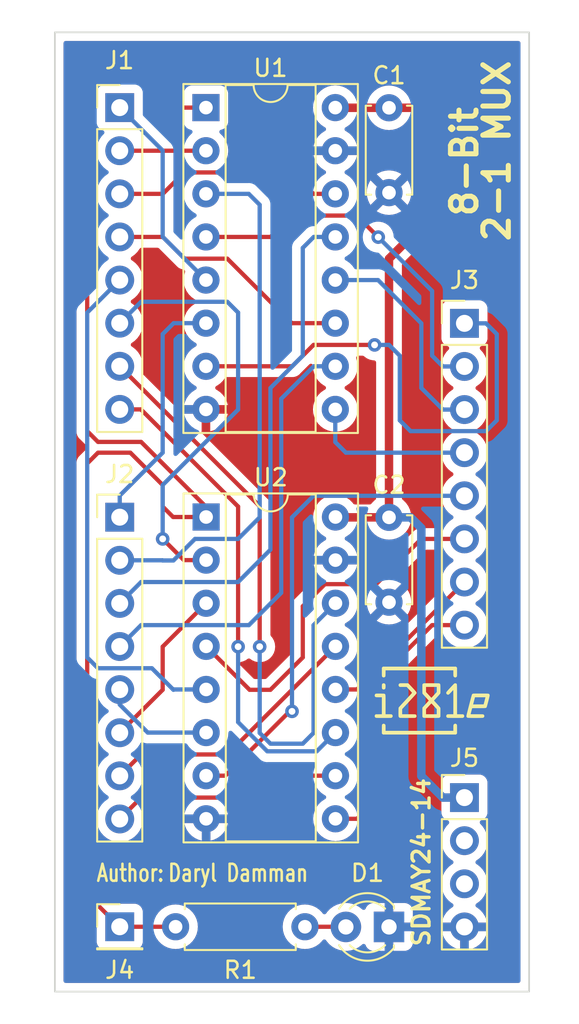
<source format=kicad_pcb>
(kicad_pcb (version 20211014) (generator pcbnew)
  (layers (0 "F.Cu" signal) (31 "B.Cu" signal) (34 "B.Paste" user) (35 "F.Paste" user) (36 "B.SilkS" user "B.Silkscreen") (37 "F.SilkS" user "F.Silkscreen") (38 "B.Mask" user) (39 "F.Mask" user) (44 "Edge.Cuts" user))
  (net 0 "")
  (net 1 "+5V")
  (net 2 "GND")
  (net 3 "Net-(D1-Pad2)")
  (net 4 "/A0")
  (net 5 "/A1")
  (net 6 "/A2")
  (net 7 "/A3")
  (net 8 "/A4")
  (net 9 "/A5")
  (net 10 "/A6")
  (net 11 "/A7")
  (net 12 "/B0")
  (net 13 "/B1")
  (net 14 "/B2")
  (net 15 "/B3")
  (net 16 "/B4")
  (net 17 "/B5")
  (net 18 "/B6")
  (net 19 "/B7")
  (net 20 "/O0")
  (net 21 "/O1")
  (net 22 "/O2")
  (net 23 "/O3")
  (net 24 "/O4")
  (net 25 "/O5")
  (net 26 "/O6")
  (net 27 "/O7")
  (net 28 "/SEL")
  (net 29 "/CLK")
  (net 30 "/RESET")
  (footprint "Symbol:i281e_logo" (layer "F.Cu") (at 163.195 98.425)
    (fp_text reference "G***" hide)
    (fp_text value "LOGO" hide)
  )
  (footprint "Capacitor_THT:C_Disc_D5.0mm_W2.5mm_P5.00mm" (layer "F.Cu") (at 160.655 87.63 -90)
    (fp_text reference "C2" (at -1.905 0 180) (layer "F.SilkS"))
    (fp_text value "0.1 uF")
    (pad "1" thru_hole circle (at 0 0 270) (size 1.6 1.6) (drill 0.8) (layers *.Cu *.Mask) (net 1 "+5V"))
    (pad "2" thru_hole circle (at 5 0 270) (size 1.6 1.6) (drill 0.8) (layers *.Cu *.Mask) (net 2 "GND"))
  )
  (footprint "Resistor_THT:R_Axial_DIN0207_L6.3mm_D2.5mm_P7.62mm_Horizontal" (layer "F.Cu") (at 148.082 111.75)
    (fp_text reference "R1" (at 3.81 2.55) (layer "F.SilkS"))
    (fp_text value "330")
    (pad "1" thru_hole circle (at 0 0) (size 1.6 1.6) (drill 0.8) (layers *.Cu *.Mask) (net 28 "/SEL"))
    (pad "2" thru_hole oval (at 7.62 0) (size 1.6 1.6) (drill 0.8) (layers *.Cu *.Mask) (net 3 "Net-(D1-Pad2)"))
  )
  (footprint "Connector_PinHeader_2.54mm:PinHeader_1x01_P2.54mm_Vertical" (layer "F.Cu") (at 144.79 111.75)
    (fp_text reference "J4" (at 0 2.55) (layer "F.SilkS"))
    (fp_text value "Generic Connector")
    (pad "1" thru_hole rect (at 0 0) (size 1.7 1.7) (drill 1) (layers *.Cu *.Mask) (net 28 "/SEL"))
  )
  (footprint "Package_DIP:DIP-16_W7.62mm_Socket" (layer "F.Cu") (at 149.87 63.49)
    (fp_text reference "U1" (at 3.8 -2.33) (layer "F.SilkS"))
    (fp_text value "74LS257")
    (pad "1" thru_hole rect (at 0 0) (size 1.6 1.6) (drill 0.8) (layers *.Cu *.Mask) (net 28 "/SEL"))
    (pad "2" thru_hole oval (at 0 2.54) (size 1.6 1.6) (drill 0.8) (layers *.Cu *.Mask) (net 5 "/A1"))
    (pad "3" thru_hole oval (at 0 5.08) (size 1.6 1.6) (drill 0.8) (layers *.Cu *.Mask) (net 13 "/B1"))
    (pad "4" thru_hole oval (at 0 7.62) (size 1.6 1.6) (drill 0.8) (layers *.Cu *.Mask) (net 21 "/O1"))
    (pad "5" thru_hole oval (at 0 10.16) (size 1.6 1.6) (drill 0.8) (layers *.Cu *.Mask) (net 4 "/A0"))
    (pad "6" thru_hole oval (at 0 12.7) (size 1.6 1.6) (drill 0.8) (layers *.Cu *.Mask) (net 12 "/B0"))
    (pad "7" thru_hole oval (at 0 15.24) (size 1.6 1.6) (drill 0.8) (layers *.Cu *.Mask) (net 20 "/O0"))
    (pad "8" thru_hole oval (at 0 17.78) (size 1.6 1.6) (drill 0.8) (layers *.Cu *.Mask) (net 2 "GND"))
    (pad "9" thru_hole oval (at 7.62 17.78) (size 1.6 1.6) (drill 0.8) (layers *.Cu *.Mask) (net 23 "/O3"))
    (pad "10" thru_hole oval (at 7.62 15.24) (size 1.6 1.6) (drill 0.8) (layers *.Cu *.Mask) (net 15 "/B3"))
    (pad "11" thru_hole oval (at 7.62 12.7) (size 1.6 1.6) (drill 0.8) (layers *.Cu *.Mask) (net 7 "/A3"))
    (pad "12" thru_hole oval (at 7.62 10.16) (size 1.6 1.6) (drill 0.8) (layers *.Cu *.Mask) (net 22 "/O2"))
    (pad "13" thru_hole oval (at 7.62 7.62) (size 1.6 1.6) (drill 0.8) (layers *.Cu *.Mask) (net 14 "/B2"))
    (pad "14" thru_hole oval (at 7.62 5.08) (size 1.6 1.6) (drill 0.8) (layers *.Cu *.Mask) (net 6 "/A2"))
    (pad "15" thru_hole oval (at 7.62 2.54) (size 1.6 1.6) (drill 0.8) (layers *.Cu *.Mask) (net 2 "GND"))
    (pad "16" thru_hole oval (at 7.62 0) (size 1.6 1.6) (drill 0.8) (layers *.Cu *.Mask) (net 1 "+5V"))
  )
  (footprint "Connector_PinHeader_2.54mm:PinHeader_1x04_P2.54mm_Vertical" (layer "F.Cu") (at 165.1 104.14)
    (fp_text reference "J5" (at 0 -2.33) (layer "F.SilkS"))
    (fp_text value "Conn_01x04_Male")
    (pad "1" thru_hole rect (at 0 0) (size 1.7 1.7) (drill 1) (layers *.Cu *.Mask) (net 1 "+5V"))
    (pad "2" thru_hole oval (at 0 2.54) (size 1.7 1.7) (drill 1) (layers *.Cu *.Mask) (net 29 "/CLK"))
    (pad "3" thru_hole oval (at 0 5.08) (size 1.7 1.7) (drill 1) (layers *.Cu *.Mask) (net 30 "/RESET"))
    (pad "4" thru_hole oval (at 0 7.62) (size 1.7 1.7) (drill 1) (layers *.Cu *.Mask) (net 2 "GND"))
  )
  (footprint "Capacitor_THT:C_Disc_D5.0mm_W2.5mm_P5.00mm" (layer "F.Cu") (at 160.655 63.5 -90)
    (fp_text reference "C1" (at -1.905 0 180) (layer "F.SilkS"))
    (fp_text value "0.1 uF")
    (pad "1" thru_hole circle (at 0 0 270) (size 1.6 1.6) (drill 0.8) (layers *.Cu *.Mask) (net 1 "+5V"))
    (pad "2" thru_hole circle (at 5 0 270) (size 1.6 1.6) (drill 0.8) (layers *.Cu *.Mask) (net 2 "GND"))
  )
  (footprint "Package_DIP:DIP-16_W7.62mm_Socket" (layer "F.Cu") (at 149.88 87.61)
    (fp_text reference "U2" (at 3.81 -2.33) (layer "F.SilkS"))
    (fp_text value "74LS257")
    (pad "1" thru_hole rect (at 0 0) (size 1.6 1.6) (drill 0.8) (layers *.Cu *.Mask) (net 28 "/SEL"))
    (pad "2" thru_hole oval (at 0 2.54) (size 1.6 1.6) (drill 0.8) (layers *.Cu *.Mask) (net 9 "/A5"))
    (pad "3" thru_hole oval (at 0 5.08) (size 1.6 1.6) (drill 0.8) (layers *.Cu *.Mask) (net 17 "/B5"))
    (pad "4" thru_hole oval (at 0 7.62) (size 1.6 1.6) (drill 0.8) (layers *.Cu *.Mask) (net 25 "/O5"))
    (pad "5" thru_hole oval (at 0 10.16) (size 1.6 1.6) (drill 0.8) (layers *.Cu *.Mask) (net 8 "/A4"))
    (pad "6" thru_hole oval (at 0 12.7) (size 1.6 1.6) (drill 0.8) (layers *.Cu *.Mask) (net 16 "/B4"))
    (pad "7" thru_hole oval (at 0 15.24) (size 1.6 1.6) (drill 0.8) (layers *.Cu *.Mask) (net 24 "/O4"))
    (pad "8" thru_hole oval (at 0 17.78) (size 1.6 1.6) (drill 0.8) (layers *.Cu *.Mask) (net 2 "GND"))
    (pad "9" thru_hole oval (at 7.62 17.78) (size 1.6 1.6) (drill 0.8) (layers *.Cu *.Mask) (net 27 "/O7"))
    (pad "10" thru_hole oval (at 7.62 15.24) (size 1.6 1.6) (drill 0.8) (layers *.Cu *.Mask) (net 19 "/B7"))
    (pad "11" thru_hole oval (at 7.62 12.7) (size 1.6 1.6) (drill 0.8) (layers *.Cu *.Mask) (net 11 "/A7"))
    (pad "12" thru_hole oval (at 7.62 10.16) (size 1.6 1.6) (drill 0.8) (layers *.Cu *.Mask) (net 26 "/O6"))
    (pad "13" thru_hole oval (at 7.62 7.62) (size 1.6 1.6) (drill 0.8) (layers *.Cu *.Mask) (net 18 "/B6"))
    (pad "14" thru_hole oval (at 7.62 5.08) (size 1.6 1.6) (drill 0.8) (layers *.Cu *.Mask) (net 10 "/A6"))
    (pad "15" thru_hole oval (at 7.62 2.54) (size 1.6 1.6) (drill 0.8) (layers *.Cu *.Mask) (net 2 "GND"))
    (pad "16" thru_hole oval (at 7.62 0) (size 1.6 1.6) (drill 0.8) (layers *.Cu *.Mask) (net 1 "+5V"))
  )
  (footprint "Connector_PinHeader_2.54mm:PinHeader_1x08_P2.54mm_Vertical" (layer "F.Cu") (at 144.79 63.49)
    (fp_text reference "J1" (at -0.01 -2.784) (layer "F.SilkS"))
    (fp_text value "Conn_01x08_Male")
    (pad "1" thru_hole rect (at 0 0) (size 1.7 1.7) (drill 1) (layers *.Cu *.Mask) (net 4 "/A0"))
    (pad "2" thru_hole oval (at 0 2.54) (size 1.7 1.7) (drill 1) (layers *.Cu *.Mask) (net 5 "/A1"))
    (pad "3" thru_hole oval (at 0 5.08) (size 1.7 1.7) (drill 1) (layers *.Cu *.Mask) (net 6 "/A2"))
    (pad "4" thru_hole oval (at 0 7.62) (size 1.7 1.7) (drill 1) (layers *.Cu *.Mask) (net 7 "/A3"))
    (pad "5" thru_hole oval (at 0 10.16) (size 1.7 1.7) (drill 1) (layers *.Cu *.Mask) (net 8 "/A4"))
    (pad "6" thru_hole oval (at 0 12.7) (size 1.7 1.7) (drill 1) (layers *.Cu *.Mask) (net 9 "/A5"))
    (pad "7" thru_hole oval (at 0 15.24) (size 1.7 1.7) (drill 1) (layers *.Cu *.Mask) (net 10 "/A6"))
    (pad "8" thru_hole oval (at 0 17.78) (size 1.7 1.7) (drill 1) (layers *.Cu *.Mask) (net 11 "/A7"))
  )
  (footprint "Connector_PinHeader_2.54mm:PinHeader_1x08_P2.54mm_Vertical" (layer "F.Cu") (at 165.1 76.2)
    (fp_text reference "J3" (at 0 -2.54) (layer "F.SilkS"))
    (fp_text value "Conn_01x08_Male")
    (pad "1" thru_hole rect (at 0 0) (size 1.7 1.7) (drill 1) (layers *.Cu *.Mask) (net 20 "/O0"))
    (pad "2" thru_hole oval (at 0 2.54) (size 1.7 1.7) (drill 1) (layers *.Cu *.Mask) (net 21 "/O1"))
    (pad "3" thru_hole oval (at 0 5.08) (size 1.7 1.7) (drill 1) (layers *.Cu *.Mask) (net 22 "/O2"))
    (pad "4" thru_hole oval (at 0 7.62) (size 1.7 1.7) (drill 1) (layers *.Cu *.Mask) (net 23 "/O3"))
    (pad "5" thru_hole oval (at 0 10.16) (size 1.7 1.7) (drill 1) (layers *.Cu *.Mask) (net 24 "/O4"))
    (pad "6" thru_hole oval (at 0 12.7) (size 1.7 1.7) (drill 1) (layers *.Cu *.Mask) (net 25 "/O5"))
    (pad "7" thru_hole oval (at 0 15.24) (size 1.7 1.7) (drill 1) (layers *.Cu *.Mask) (net 26 "/O6"))
    (pad "8" thru_hole oval (at 0 17.78) (size 1.7 1.7) (drill 1) (layers *.Cu *.Mask) (net 27 "/O7"))
  )
  (footprint "Connector_PinHeader_2.54mm:PinHeader_1x08_P2.54mm_Vertical" (layer "F.Cu") (at 144.79 87.62)
    (fp_text reference "J2" (at 0 -2.53) (layer "F.SilkS"))
    (fp_text value "Conn_01x08_Male")
    (pad "1" thru_hole rect (at 0 0) (size 1.7 1.7) (drill 1) (layers *.Cu *.Mask) (net 12 "/B0"))
    (pad "2" thru_hole oval (at 0 2.54) (size 1.7 1.7) (drill 1) (layers *.Cu *.Mask) (net 13 "/B1"))
    (pad "3" thru_hole oval (at 0 5.08) (size 1.7 1.7) (drill 1) (layers *.Cu *.Mask) (net 14 "/B2"))
    (pad "4" thru_hole oval (at 0 7.62) (size 1.7 1.7) (drill 1) (layers *.Cu *.Mask) (net 15 "/B3"))
    (pad "5" thru_hole oval (at 0 10.16) (size 1.7 1.7) (drill 1) (layers *.Cu *.Mask) (net 16 "/B4"))
    (pad "6" thru_hole oval (at 0 12.7) (size 1.7 1.7) (drill 1) (layers *.Cu *.Mask) (net 17 "/B5"))
    (pad "7" thru_hole oval (at 0 15.24) (size 1.7 1.7) (drill 1) (layers *.Cu *.Mask) (net 18 "/B6"))
    (pad "8" thru_hole oval (at 0 17.78) (size 1.7 1.7) (drill 1) (layers *.Cu *.Mask) (net 19 "/B7"))
  )
  (footprint "LED_THT:LED_D3.0mm" (layer "F.Cu") (at 160.655 111.76 180)
    (fp_text reference "D1" (at 1.27 3.175) (layer "F.SilkS"))
    (fp_text value "LED")
    (pad "1" thru_hole rect (at 0 0 180) (size 1.8 1.8) (drill 0.9) (layers *.Cu *.Mask) (net 2 "GND"))
    (pad "2" thru_hole circle (at 2.54 0 180) (size 1.8 1.8) (drill 0.9) (layers *.Cu *.Mask) (net 3 "Net-(D1-Pad2)"))
  )
  (gr_rect (start 140.97 59.055) (end 168.91 115.57) (layer "Edge.Cuts") (width 0.1) (fill none))
  (gr_text "2-1 MUX" (at 167.005 66.04 90) (layer "F.SilkS") (effects (font (size 1.5 1.5) (thickness 0.3))))
  (gr_text "Daryl Damman" (at 151.765 108.585) (layer "F.SilkS") (effects (font (size 1 0.75))))
  (gr_text "8-Bit" (at 165.1 66.675 90) (layer "F.SilkS") (effects (font (size 1.5 1.5) (thickness 0.3))))
  (gr_text "SDMAY24-14" (at 162.56 107.95 90) (layer "F.SilkS") (effects (font (size 1 1) (thickness 0.2))))
  (gr_text "Author:" (at 145.415 108.585) (layer "F.SilkS") (effects (font (size 1 0.75))))
  (segment (start 163.195 64.135) (end 162.56 63.5) (width 0.5) (layer "F.Cu") (net 1))
  (segment (start 160.655 87.63) (end 157.52 87.63) (width 0.5) (layer "F.Cu") (net 1))
  (segment (start 157.5 63.5) (end 157.49 63.49) (width 0.5) (layer "F.Cu") (net 1))
  (segment (start 160.655 63.5) (end 157.5 63.5) (width 0.5) (layer "F.Cu") (net 1))
  (segment (start 157.52 87.63) (end 157.5 87.61) (width 0.5) (layer "F.Cu") (net 1))
  (segment (start 162.56 63.5) (end 160.655 63.5) (width 0.5) (layer "F.Cu") (net 1))
  (segment (start 163.195 69.85) (end 163.195 64.135) (width 0.5) (layer "F.Cu") (net 1))
  (segment (start 157.49 63.49) (end 157.49 63.51) (width 0.25) (layer "F.Cu") (net 1))
  (segment (start 160.655 87.63) (end 160.655 72.39) (width 0.5) (layer "F.Cu") (net 1))
  (segment (start 160.655 72.39) (end 163.195 69.85) (width 0.5) (layer "F.Cu") (net 1))
  (segment (start 161.925 87.63) (end 160.655 87.63) (width 0.5) (layer "B.Cu") (net 1))
  (segment (start 165.1 104.14) (end 163.83 104.14) (width 0.5) (layer "B.Cu") (net 1))
  (segment (start 162.56 88.265) (end 161.925 87.63) (width 0.5) (layer "B.Cu") (net 1))
  (segment (start 163.83 104.14) (end 162.56 102.87) (width 0.5) (layer "B.Cu") (net 1))
  (segment (start 162.56 102.87) (end 162.56 88.265) (width 0.5) (layer "B.Cu") (net 1))
  (segment (start 155.702 111.75) (end 158.105 111.75) (width 0.25) (layer "F.Cu") (net 3))
  (segment (start 158.105 111.75) (end 158.115 111.76) (width 0.25) (layer "F.Cu") (net 3))
  (segment (start 147.32 71.1) (end 149.87 73.65) (width 0.25) (layer "B.Cu") (net 4))
  (segment (start 147.32 66.02) (end 147.32 71.1) (width 0.25) (layer "B.Cu") (net 4))
  (segment (start 144.79 63.49) (end 147.32 66.02) (width 0.25) (layer "B.Cu") (net 4))
  (segment (start 144.79 66.03) (end 149.87 66.03) (width 0.25) (layer "F.Cu") (net 5))
  (segment (start 148.59 67.31) (end 154.94 67.31) (width 0.25) (layer "F.Cu") (net 6))
  (segment (start 154.94 67.31) (end 156.2 68.57) (width 0.25) (layer "F.Cu") (net 6))
  (segment (start 144.79 68.57) (end 147.33 68.57) (width 0.25) (layer "F.Cu") (net 6))
  (segment (start 156.2 68.57) (end 157.49 68.57) (width 0.25) (layer "F.Cu") (net 6))
  (segment (start 147.33 68.57) (end 148.59 67.31) (width 0.25) (layer "F.Cu") (net 6))
  (segment (start 154.93 76.19) (end 157.49 76.19) (width 0.25) (layer "F.Cu") (net 7))
  (segment (start 144.79 71.11) (end 147.33 71.11) (width 0.25) (layer "F.Cu") (net 7))
  (segment (start 148.61 72.39) (end 151.13 72.39) (width 0.25) (layer "F.Cu") (net 7))
  (segment (start 151.13 72.39) (end 154.93 76.19) (width 0.25) (layer "F.Cu") (net 7))
  (segment (start 147.33 71.11) (end 148.61 72.39) (width 0.25) (layer "F.Cu") (net 7))
  (segment (start 142.875 95.885) (end 143.51 96.52) (width 0.25) (layer "B.Cu") (net 8))
  (segment (start 147.975 97.77) (end 149.88 97.77) (width 0.25) (layer "B.Cu") (net 8))
  (segment (start 143.51 96.52) (end 146.685 96.52) (width 0.25) (layer "B.Cu") (net 8))
  (segment (start 146.685 96.52) (end 147.955 97.79) (width 0.25) (layer "B.Cu") (net 8))
  (segment (start 147.955 97.79) (end 147.975 97.77) (width 0.25) (layer "B.Cu") (net 8))
  (segment (start 142.875 75.565) (end 142.875 95.885) (width 0.25) (layer "B.Cu") (net 8))
  (segment (start 144.79 73.65) (end 142.875 75.565) (width 0.25) (layer "B.Cu") (net 8))
  (segment (start 148.57 90.15) (end 149.88 90.15) (width 0.25) (layer "F.Cu") (net 9))
  (segment (start 147.32 88.9) (end 148.57 90.15) (width 0.25) (layer "F.Cu") (net 9))
  (via (at 147.32 88.9) (size 0.8) (drill 0.4) (layers "F.Cu" "B.Cu") (net 9))
  (segment (start 146.05 74.93) (end 151.13 74.93) (width 0.25) (layer "B.Cu") (net 9))
  (segment (start 151.765 81.28) (end 147.32 85.725) (width 0.25) (layer "B.Cu") (net 9))
  (segment (start 144.79 76.19) (end 146.05 74.93) (width 0.25) (layer "B.Cu") (net 9))
  (segment (start 147.32 85.725) (end 147.32 88.9) (width 0.25) (layer "B.Cu") (net 9))
  (segment (start 151.765 75.565) (end 151.765 81.28) (width 0.25) (layer "B.Cu") (net 9))
  (segment (start 151.13 74.93) (end 151.765 75.565) (width 0.25) (layer "B.Cu") (net 9))
  (segment (start 153.035 95.25) (end 153.035 86.975) (width 0.25) (layer "F.Cu") (net 10))
  (segment (start 153.035 86.975) (end 144.79 78.73) (width 0.25) (layer "F.Cu") (net 10))
  (via (at 153.035 95.25) (size 0.8) (drill 0.4) (layers "F.Cu" "B.Cu") (net 10))
  (segment (start 153.035 100.33) (end 153.67 100.965) (width 0.25) (layer "B.Cu") (net 10))
  (segment (start 156.21 93.98) (end 157.5 92.69) (width 0.25) (layer "B.Cu") (net 10))
  (segment (start 153.67 100.965) (end 155.575 100.965) (width 0.25) (layer "B.Cu") (net 10))
  (segment (start 153.035 95.25) (end 153.035 100.33) (width 0.25) (layer "B.Cu") (net 10))
  (segment (start 155.575 100.965) (end 156.21 100.33) (width 0.25) (layer "B.Cu") (net 10))
  (segment (start 156.21 100.33) (end 156.21 93.98) (width 0.25) (layer "B.Cu") (net 10))
  (segment (start 151.765 86.995) (end 146.04 81.27) (width 0.25) (layer "F.Cu") (net 11))
  (segment (start 151.765 95.25) (end 151.765 86.995) (width 0.25) (layer "F.Cu") (net 11))
  (segment (start 146.04 81.27) (end 144.79 81.27) (width 0.25) (layer "F.Cu") (net 11))
  (via (at 151.765 95.25) (size 0.8) (drill 0.4) (layers "F.Cu" "B.Cu") (net 11))
  (segment (start 153.483802 101.41452) (end 156.39548 101.41452) (width 0.25) (layer "B.Cu") (net 11))
  (segment (start 151.765 95.25) (end 151.765 99.695718) (width 0.25) (layer "B.Cu") (net 11))
  (segment (start 156.39548 101.41452) (end 157.5 100.31) (width 0.25) (layer "B.Cu") (net 11))
  (segment (start 151.765 99.695718) (end 153.483802 101.41452) (width 0.25) (layer "B.Cu") (net 11))
  (segment (start 144.79 86.35) (end 147.32 83.82) (width 0.25) (layer "B.Cu") (net 12))
  (segment (start 147.32 76.835) (end 147.965 76.19) (width 0.25) (layer "B.Cu") (net 12))
  (segment (start 144.79 87.62) (end 144.79 86.35) (width 0.25) (layer "B.Cu") (net 12))
  (segment (start 147.965 76.19) (end 149.87 76.19) (width 0.25) (layer "B.Cu") (net 12))
  (segment (start 147.32 83.82) (end 147.32 76.835) (width 0.25) (layer "B.Cu") (net 12))
  (segment (start 147.31 90.16) (end 147.32 90.17) (width 0.25) (layer "B.Cu") (net 13))
  (segment (start 151.765 88.9) (end 153.035 87.63) (width 0.25) (layer "B.Cu") (net 13))
  (segment (start 144.79 90.16) (end 147.31 90.16) (width 0.25) (layer "B.Cu") (net 13))
  (segment (start 149.225 88.9) (end 151.765 88.9) (width 0.25) (layer "B.Cu") (net 13))
  (segment (start 153.035 69.215) (end 152.39 68.57) (width 0.25) (layer "B.Cu") (net 13))
  (segment (start 152.39 68.57) (end 149.87 68.57) (width 0.25) (layer "B.Cu") (net 13))
  (segment (start 147.955 90.17) (end 149.225 88.9) (width 0.25) (layer "B.Cu") (net 13))
  (segment (start 153.035 87.63) (end 153.035 69.215) (width 0.25) (layer "B.Cu") (net 13))
  (segment (start 147.32 90.17) (end 147.955 90.17) (width 0.25) (layer "B.Cu") (net 13))
  (segment (start 144.79 92.7) (end 146.05 91.44) (width 0.25) (layer "B.Cu") (net 14))
  (segment (start 146.05 91.44) (end 151.765 91.44) (width 0.25) (layer "B.Cu") (net 14))
  (segment (start 155.575 71.755) (end 156.22 71.11) (width 0.25) (layer "B.Cu") (net 14))
  (segment (start 153.67 89.535) (end 153.67 80.01) (width 0.25) (layer "B.Cu") (net 14))
  (segment (start 155.575 78.105) (end 155.575 71.755) (width 0.25) (layer "B.Cu") (net 14))
  (segment (start 151.765 91.44) (end 153.67 89.535) (width 0.25) (layer "B.Cu") (net 14))
  (segment (start 153.67 80.01) (end 155.575 78.105) (width 0.25) (layer "B.Cu") (net 14))
  (segment (start 156.22 71.11) (end 157.49 71.11) (width 0.25) (layer "B.Cu") (net 14))
  (segment (start 152.4 93.98) (end 154.305 92.075) (width 0.25) (layer "B.Cu") (net 15))
  (segment (start 146.05 93.98) (end 152.4 93.98) (width 0.25) (layer "B.Cu") (net 15))
  (segment (start 154.305 80.645) (end 156.22 78.73) (width 0.25) (layer "B.Cu") (net 15))
  (segment (start 156.22 78.73) (end 157.49 78.73) (width 0.25) (layer "B.Cu") (net 15))
  (segment (start 144.79 95.24) (end 146.05 93.98) (width 0.25) (layer "B.Cu") (net 15))
  (segment (start 154.305 92.075) (end 154.305 80.645) (width 0.25) (layer "B.Cu") (net 15))
  (segment (start 146.44101 100.31) (end 149.88 100.31) (width 0.25) (layer "B.Cu") (net 16))
  (segment (start 144.79 97.78) (end 144.79 98.65899) (width 0.25) (layer "B.Cu") (net 16))
  (segment (start 144.79 98.65899) (end 146.44101 100.31) (width 0.25) (layer "B.Cu") (net 16))
  (segment (start 147.32 97.79) (end 147.32 95.25) (width 0.25) (layer "F.Cu") (net 17))
  (segment (start 147.32 95.25) (end 149.88 92.69) (width 0.25) (layer "F.Cu") (net 17))
  (segment (start 144.79 100.32) (end 147.32 97.79) (width 0.25) (layer "F.Cu") (net 17))
  (segment (start 144.79 102.86) (end 146.05 101.6) (width 0.25) (layer "F.Cu") (net 18))
  (segment (start 151.13 101.6) (end 157.5 95.23) (width 0.25) (layer "F.Cu") (net 18))
  (segment (start 146.05 101.6) (end 151.13 101.6) (width 0.25) (layer "F.Cu") (net 18))
  (segment (start 154.96 102.85) (end 157.5 102.85) (width 0.25) (layer "F.Cu") (net 19))
  (segment (start 146.05 104.14) (end 153.67 104.14) (width 0.25) (layer "F.Cu") (net 19))
  (segment (start 153.67 104.14) (end 154.96 102.85) (width 0.25) (layer "F.Cu") (net 19))
  (segment (start 144.79 105.4) (end 146.05 104.14) (width 0.25) (layer "F.Cu") (net 19))
  (segment (start 159.385 77.47) (end 159.8055 77.47) (width 0.25) (layer "F.Cu") (net 20))
  (segment (start 149.87 78.73) (end 154.95 78.73) (width 0.25) (layer "F.Cu") (net 20))
  (segment (start 156.21 77.47) (end 159.385 77.47) (width 0.25) (layer "F.Cu") (net 20))
  (segment (start 154.95 78.73) (end 156.21 77.47) (width 0.25) (layer "F.Cu") (net 20))
  (via (at 159.8055 77.47) (size 0.8) (drill 0.4) (layers "F.Cu" "B.Cu") (net 20))
  (segment (start 166.37 76.2) (end 165.1 76.2) (width 0.25) (layer "B.Cu") (net 20))
  (segment (start 160.655 77.47) (end 161.29 78.105) (width 0.25) (layer "B.Cu") (net 20))
  (segment (start 161.29 81.915) (end 161.925 82.55) (width 0.25) (layer "B.Cu") (net 20))
  (segment (start 166.37 82.55) (end 167.005 81.915) (width 0.25) (layer "B.Cu") (net 20))
  (segment (start 164.465 76.2) (end 165.1 76.2) (width 0.25) (layer "B.Cu") (net 20))
  (segment (start 167.005 81.915) (end 167.005 76.835) (width 0.25) (layer "B.Cu") (net 20))
  (segment (start 161.925 82.55) (end 166.37 82.55) (width 0.25) (layer "B.Cu") (net 20))
  (segment (start 161.29 78.105) (end 161.29 81.915) (width 0.25) (layer "B.Cu") (net 20))
  (segment (start 167.005 76.835) (end 166.37 76.2) (width 0.25) (layer "B.Cu") (net 20))
  (segment (start 159.8055 77.47) (end 160.655 77.47) (width 0.25) (layer "B.Cu") (net 20))
  (segment (start 149.87 71.11) (end 153.68 71.11) (width 0.25) (layer "F.Cu") (net 21))
  (segment (start 158.75 69.85) (end 160.02 71.12) (width 0.25) (layer "F.Cu") (net 21))
  (segment (start 154.94 69.85) (end 158.75 69.85) (width 0.25) (layer "F.Cu") (net 21))
  (segment (start 153.68 71.11) (end 154.94 69.85) (width 0.25) (layer "F.Cu") (net 21))
  (via (at 160.02 71.12) (size 0.8) (drill 0.4) (layers "F.Cu" "B.Cu") (net 21))
  (segment (start 163.195 74.295) (end 163.195 78.105) (width 0.25) (layer "B.Cu") (net 21))
  (segment (start 163.195 78.105) (end 163.83 78.74) (width 0.25) (layer "B.Cu") (net 21))
  (segment (start 160.02 71.12) (end 163.195 74.295) (width 0.25) (layer "B.Cu") (net 21))
  (segment (start 163.83 78.74) (end 165.1 78.74) (width 0.25) (layer "B.Cu") (net 21))
  (segment (start 162.56 80.01) (end 163.83 81.28) (width 0.25) (layer "B.Cu") (net 22))
  (segment (start 157.49 73.65) (end 160.01 73.65) (width 0.25) (layer "B.Cu") (net 22))
  (segment (start 162.56 76.2) (end 162.56 80.01) (width 0.25) (layer "B.Cu") (net 22))
  (segment (start 160.01 73.65) (end 162.56 76.2) (width 0.25) (layer "B.Cu") (net 22))
  (segment (start 163.83 81.28) (end 165.1 81.28) (width 0.25) (layer "B.Cu") (net 22))
  (segment (start 158.115 83.82) (end 165.1 83.82) (width 0.25) (layer "B.Cu") (net 23))
  (segment (start 157.49 83.195) (end 158.115 83.82) (width 0.25) (layer "B.Cu") (net 23))
  (segment (start 157.49 81.27) (end 157.49 83.195) (width 0.25) (layer "B.Cu") (net 23))
  (segment (start 151.01137 102.85) (end 149.88 102.85) (width 0.25) (layer "F.Cu") (net 24))
  (segment (start 154.80137 99.06) (end 151.01137 102.85) (width 0.25) (layer "F.Cu") (net 24))
  (segment (start 154.94 99.06) (end 154.80137 99.06) (width 0.25) (layer "F.Cu") (net 24))
  (via (at 154.94 99.06) (size 0.8) (drill 0.4) (layers "F.Cu" "B.Cu") (net 24))
  (segment (start 154.94 99.06) (end 154.94 87.63) (width 0.25) (layer "B.Cu") (net 24))
  (segment (start 154.94 87.63) (end 156.21 86.36) (width 0.25) (layer "B.Cu") (net 24))
  (segment (start 156.21 86.36) (end 165.1 86.36) (width 0.25) (layer "B.Cu") (net 24))
  (segment (start 159.894511 91.565489) (end 162.56 88.9) (width 0.25) (layer "F.Cu") (net 25))
  (segment (start 149.88 95.23) (end 152.44 97.79) (width 0.25) (layer "F.Cu") (net 25))
  (segment (start 155.575 92.86735) (end 156.876861 91.565489) (width 0.25) (layer "F.Cu") (net 25))
  (segment (start 162.56 88.9) (end 165.1 88.9) (width 0.25) (layer "F.Cu") (net 25))
  (segment (start 156.876861 91.565489) (end 159.894511 91.565489) (width 0.25) (layer "F.Cu") (net 25))
  (segment (start 155.575 95.885) (end 155.575 92.86735) (width 0.25) (layer "F.Cu") (net 25))
  (segment (start 153.67 97.79) (end 155.575 95.885) (width 0.25) (layer "F.Cu") (net 25))
  (segment (start 152.44 97.79) (end 153.67 97.79) (width 0.25) (layer "F.Cu") (net 25))
  (segment (start 157.5 97.77) (end 158.77 97.77) (width 0.25) (layer "F.Cu") (net 26))
  (segment (start 158.77 97.77) (end 165.1 91.44) (width 0.25) (layer "F.Cu") (net 26))
  (segment (start 163.195718 93.98) (end 165.1 93.98) (width 0.25) (layer "F.Cu") (net 27))
  (segment (start 159.385 104.775) (end 159.385 97.790718) (width 0.25) (layer "F.Cu") (net 27))
  (segment (start 158.77 105.39) (end 159.385 104.775) (width 0.25) (layer "F.Cu") (net 27))
  (segment (start 159.385 97.790718) (end 163.195718 93.98) (width 0.25) (layer "F.Cu") (net 27))
  (segment (start 157.5 105.39) (end 158.77 105.39) (width 0.25) (layer "F.Cu") (net 27))
  (segment (start 149.88 87.015) (end 146.05 83.185) (width 0.25) (layer "F.Cu") (net 28))
  (segment (start 146.05 83.185) (end 143.51 83.185) (width 0.25) (layer "F.Cu") (net 28))
  (segment (start 147.945 63.49) (end 149.87 63.49) (width 0.25) (layer "F.Cu") (net 28))
  (segment (start 142.875 84.455) (end 142.875 109.855) (width 0.25) (layer "F.Cu") (net 28))
  (segment (start 147.935 87.61) (end 147.32 86.995) (width 0.25) (layer "F.Cu") (net 28))
  (segment (start 143.51 83.185) (end 142.875 82.55) (width 0.25) (layer "F.Cu") (net 28))
  (segment (start 145.415 83.82) (end 143.51 83.82) (width 0.25) (layer "F.Cu") (net 28))
  (segment (start 149.88 87.61) (end 147.935 87.61) (width 0.25) (layer "F.Cu") (net 28))
  (segment (start 142.875 82.55) (end 142.875 62.23) (width 0.25) (layer "F.Cu") (net 28))
  (segment (start 147.32 86.995) (end 147.32 85.725) (width 0.25) (layer "F.Cu") (net 28))
  (segment (start 146.05 61.595) (end 147.945 63.49) (width 0.25) (layer "F.Cu") (net 28))
  (segment (start 144.77 111.75) (end 144.79 111.75) (width 0.25) (layer "F.Cu") (net 28))
  (segment (start 143.51 61.595) (end 146.05 61.595) (width 0.25) (layer "F.Cu") (net 28))
  (segment (start 149.88 87.61) (end 149.88 87.015) (width 0.25) (layer "F.Cu") (net 28))
  (segment (start 142.875 62.23) (end 143.51 61.595) (width 0.25) (layer "F.Cu") (net 28))
  (segment (start 147.32 85.725) (end 145.415 83.82) (width 0.25) (layer "F.Cu") (net 28))
  (segment (start 142.875 109.855) (end 144.77 111.75) (width 0.25) (layer "F.Cu") (net 28))
  (segment (start 144.79 111.75) (end 148.082 111.75) (width 0.25) (layer "F.Cu") (net 28))
  (segment (start 143.51 83.82) (end 142.875 84.455) (width 0.25) (layer "F.Cu") (net 28))
  (zone (net 2) (net_name "GND") (layers F&B.Cu) (connect_pads (clearance 0.508)) (min_thickness 0.254) (fill yes (thermal_gap 0.508) (thermal_bridge_width 0.508))
    (polygon (pts (xy 170.815 117.475) (xy 139.065 117.475) (xy 139.065 57.15) (xy 170.815 57.15)))
  )
)
</source>
